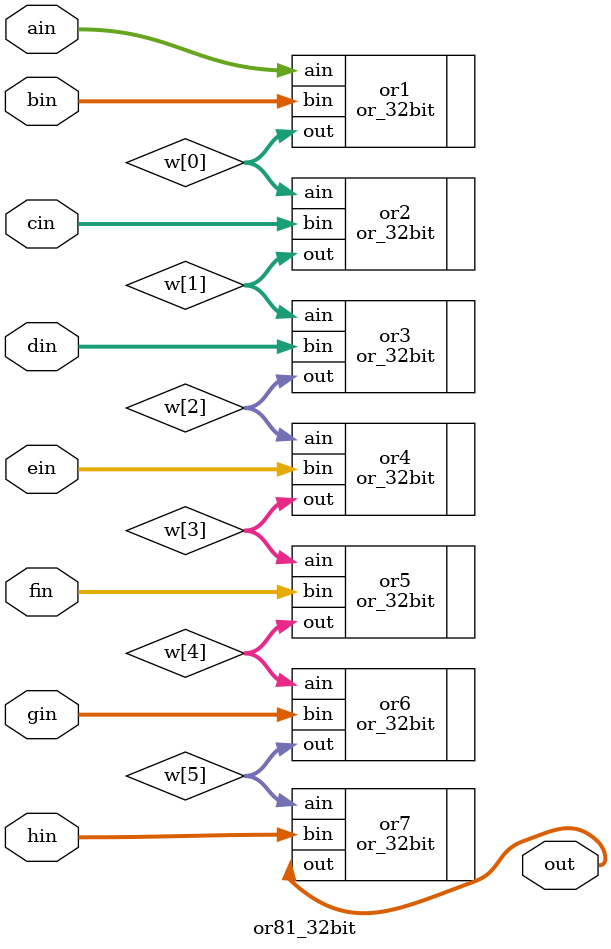
<source format=v>
module or81_32bit(
	output [31:0] out,
	input [31:0] ain,
	input [31:0] bin,
	input [31:0] cin,
	input [31:0] din,
	input [31:0] ein,
	input [31:0] fin,
	input [31:0] gin,
	input [31:0] hin
);

	wire [31:0] w [5:0];

	or_32bit or1 (
		.out(w[0]),
		.ain(ain),
		.bin(bin)
	);
	
	or_32bit or2 (
		.out(w[1]),
		.ain(w[0]),
		.bin(cin)
	);
	
	or_32bit or3 (
		.out(w[2]),
		.ain(w[1]),
		.bin(din)
	);
	
	or_32bit or4 (
		.out(w[3]),
		.ain(w[2]),
		.bin(ein)
	);
	
	or_32bit or5 (
		.out(w[4]),
		.ain(w[3]),
		.bin(fin)
	);
	
	or_32bit or6 (
		.out(w[5]),
		.ain(w[4]),
		.bin(gin)
	);
	
	or_32bit or7 (
		.out(out),
		.ain(w[5]),
		.bin(hin)
	);

endmodule
</source>
